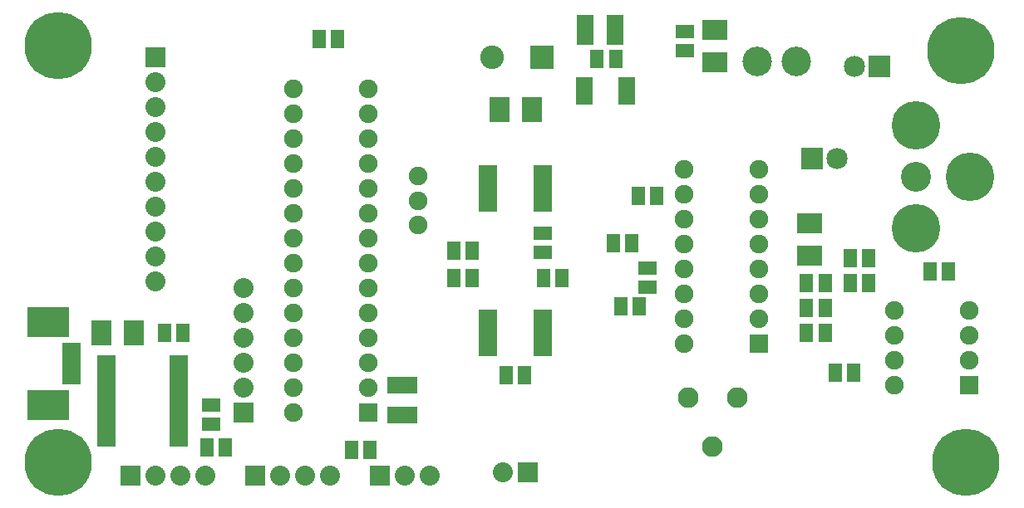
<source format=gts>
G04 (created by PCBNEW-RS274X (2011-05-25)-stable) date Mon 25 Feb 2013 07:43:18 PM EST*
G01*
G70*
G90*
%MOIN*%
G04 Gerber Fmt 3.4, Leading zero omitted, Abs format*
%FSLAX34Y34*%
G04 APERTURE LIST*
%ADD10C,0.006000*%
%ADD11R,0.100000X0.080000*%
%ADD12R,0.055000X0.075000*%
%ADD13R,0.075000X0.055000*%
%ADD14C,0.075000*%
%ADD15R,0.080000X0.080000*%
%ADD16C,0.080000*%
%ADD17C,0.270000*%
%ADD18R,0.075000X0.075000*%
%ADD19R,0.085000X0.085000*%
%ADD20C,0.085000*%
%ADD21C,0.195000*%
%ADD22C,0.120000*%
%ADD23R,0.077900X0.036500*%
%ADD24C,0.083000*%
%ADD25R,0.070000X0.120000*%
%ADD26R,0.080000X0.100000*%
%ADD27R,0.095000X0.095000*%
%ADD28C,0.095000*%
%ADD29R,0.120000X0.070000*%
%ADD30R,0.169600X0.118400*%
%ADD31R,0.075100X0.039700*%
%ADD32C,0.118400*%
%ADD33R,0.070000X0.035000*%
%ADD34R,0.075000X0.033700*%
G04 APERTURE END LIST*
G54D10*
G54D11*
X71900Y-41800D03*
X71900Y-40500D03*
G54D12*
X53525Y-49600D03*
X54275Y-49600D03*
G54D13*
X61200Y-40925D03*
X61200Y-41675D03*
G54D12*
X58375Y-42700D03*
X57625Y-42700D03*
X57625Y-41600D03*
X58375Y-41600D03*
X59725Y-46600D03*
X60475Y-46600D03*
G54D13*
X65400Y-42325D03*
X65400Y-43075D03*
G54D12*
X71775Y-42900D03*
X72525Y-42900D03*
X72525Y-44900D03*
X71775Y-44900D03*
X72525Y-43900D03*
X71775Y-43900D03*
X65075Y-43850D03*
X64325Y-43850D03*
X74275Y-42900D03*
X73525Y-42900D03*
X64775Y-41300D03*
X64025Y-41300D03*
X61225Y-42700D03*
X61975Y-42700D03*
X46775Y-44900D03*
X46025Y-44900D03*
X52225Y-33100D03*
X52975Y-33100D03*
X47725Y-49500D03*
X48475Y-49500D03*
X65775Y-39400D03*
X65025Y-39400D03*
X76725Y-42450D03*
X77475Y-42450D03*
X72925Y-46500D03*
X73675Y-46500D03*
X73525Y-41900D03*
X74275Y-41900D03*
G54D14*
X56200Y-38616D03*
X56200Y-40584D03*
X56200Y-39600D03*
G54D15*
X44650Y-50650D03*
G54D16*
X45650Y-50650D03*
X46650Y-50650D03*
X47650Y-50650D03*
G54D15*
X49650Y-50650D03*
G54D16*
X50650Y-50650D03*
X51650Y-50650D03*
X52650Y-50650D03*
G54D15*
X54650Y-50650D03*
G54D16*
X55650Y-50650D03*
X56650Y-50650D03*
G54D15*
X60600Y-50500D03*
G54D16*
X59600Y-50500D03*
G54D15*
X49200Y-48100D03*
G54D16*
X49200Y-47100D03*
X49200Y-46100D03*
X49200Y-45100D03*
X49200Y-44100D03*
X49200Y-43100D03*
G54D17*
X78178Y-50111D03*
X41760Y-33378D03*
X77981Y-33575D03*
X41760Y-50111D03*
G54D18*
X78300Y-47000D03*
G54D14*
X78300Y-46000D03*
X78300Y-45000D03*
X78300Y-44000D03*
X75300Y-44000D03*
X75300Y-45000D03*
X75300Y-46000D03*
X75300Y-47000D03*
X54200Y-47100D03*
X54200Y-46100D03*
X54200Y-45100D03*
X54200Y-44100D03*
X54200Y-43100D03*
X54200Y-42100D03*
X54200Y-41100D03*
X54200Y-40100D03*
X54200Y-39100D03*
X54200Y-38100D03*
X54200Y-37100D03*
X54200Y-36100D03*
X54200Y-35100D03*
G54D18*
X54200Y-48100D03*
G54D14*
X51200Y-35100D03*
X51200Y-36100D03*
X51200Y-37100D03*
X51200Y-38100D03*
X51200Y-39100D03*
X51200Y-40100D03*
X51200Y-41100D03*
X51200Y-42100D03*
X51200Y-43100D03*
X51200Y-44100D03*
X51200Y-45100D03*
X51200Y-46100D03*
X51200Y-47100D03*
X51200Y-48100D03*
G54D18*
X69850Y-45350D03*
G54D14*
X69850Y-44350D03*
X69850Y-43350D03*
X69850Y-42350D03*
X69850Y-41350D03*
X69850Y-40350D03*
X69850Y-39350D03*
X69850Y-38350D03*
X66850Y-38350D03*
X66850Y-39350D03*
X66850Y-40350D03*
X66850Y-41350D03*
X66850Y-42350D03*
X66850Y-43350D03*
X66850Y-44350D03*
X66850Y-45350D03*
G54D19*
X72000Y-37900D03*
G54D20*
X73000Y-37900D03*
G54D21*
X78320Y-38650D03*
X76150Y-36585D03*
X76150Y-40715D03*
G54D22*
X76150Y-38650D03*
G54D23*
X61202Y-39100D03*
X61202Y-38844D03*
X61202Y-38588D03*
X61202Y-38332D03*
X58998Y-38332D03*
X61202Y-39868D03*
X61202Y-39612D03*
X61202Y-39356D03*
X58998Y-38588D03*
X58998Y-38844D03*
X58998Y-39100D03*
X58998Y-39356D03*
X58998Y-39612D03*
X58998Y-39868D03*
X61202Y-44900D03*
X61202Y-44644D03*
X61202Y-44388D03*
X61202Y-44132D03*
X58998Y-44132D03*
X61202Y-45668D03*
X61202Y-45412D03*
X61202Y-45156D03*
X58998Y-44388D03*
X58998Y-44644D03*
X58998Y-44900D03*
X58998Y-45156D03*
X58998Y-45412D03*
X58998Y-45668D03*
G54D24*
X68984Y-47500D03*
X67016Y-47500D03*
X68000Y-49469D03*
G54D16*
X45650Y-42850D03*
X45650Y-41850D03*
X45650Y-38850D03*
X45650Y-37850D03*
G54D15*
X45650Y-33850D03*
G54D16*
X45650Y-34850D03*
X45650Y-35850D03*
X45650Y-36850D03*
X45650Y-39850D03*
X45650Y-40850D03*
G54D19*
X74700Y-34200D03*
G54D20*
X73700Y-34200D03*
G54D25*
X62900Y-32750D03*
X64100Y-32750D03*
G54D26*
X43500Y-44900D03*
X44800Y-44900D03*
G54D11*
X68100Y-34050D03*
X68100Y-32750D03*
G54D26*
X59450Y-35950D03*
X60750Y-35950D03*
G54D13*
X47900Y-48575D03*
X47900Y-47825D03*
X66900Y-33575D03*
X66900Y-32825D03*
G54D12*
X64125Y-33900D03*
X63375Y-33900D03*
G54D27*
X61150Y-33850D03*
G54D28*
X59150Y-33850D03*
G54D29*
X55550Y-48200D03*
X55550Y-47000D03*
G54D30*
X41357Y-47804D03*
X41357Y-44496D03*
G54D31*
X42302Y-46780D03*
X42302Y-46465D03*
X42302Y-45520D03*
X42302Y-45835D03*
X42302Y-46150D03*
G54D32*
X69800Y-34000D03*
X71360Y-34000D03*
G54D33*
X62850Y-34816D03*
X62850Y-35072D03*
X62850Y-35328D03*
X62850Y-35584D03*
X64550Y-35584D03*
X64550Y-35328D03*
X64550Y-35072D03*
X64550Y-34816D03*
G54D34*
X46589Y-49313D03*
X46589Y-49057D03*
X46589Y-48801D03*
X46589Y-48545D03*
X46589Y-48289D03*
X46589Y-48033D03*
X46589Y-47777D03*
X46589Y-47523D03*
X46589Y-47267D03*
X46589Y-47011D03*
X46589Y-46755D03*
X46589Y-46499D03*
X46589Y-46243D03*
X46589Y-45987D03*
X43711Y-45987D03*
X43711Y-46243D03*
X43711Y-46499D03*
X43711Y-46755D03*
X43711Y-47011D03*
X43711Y-47267D03*
X43711Y-47523D03*
X43711Y-47777D03*
X43711Y-48033D03*
X43711Y-48289D03*
X43711Y-48545D03*
X43711Y-48801D03*
X43711Y-49057D03*
X43711Y-49313D03*
M02*

</source>
